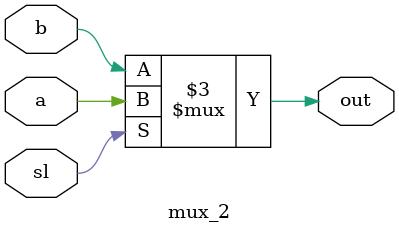
<source format=v>

module mux_2 (
    a,
    b,
    sl,
    out
);
    
    input  a ;
    input  b ;
    input  sl ;
    output out ;
    reg out;


    always @(a or b or sl) begin//时序逻辑和组合逻辑区分：敏感列表有无时钟
        if (sl) begin
            out=a;
        end else begin
            out=b;
        end
    end



endmodule
</source>
